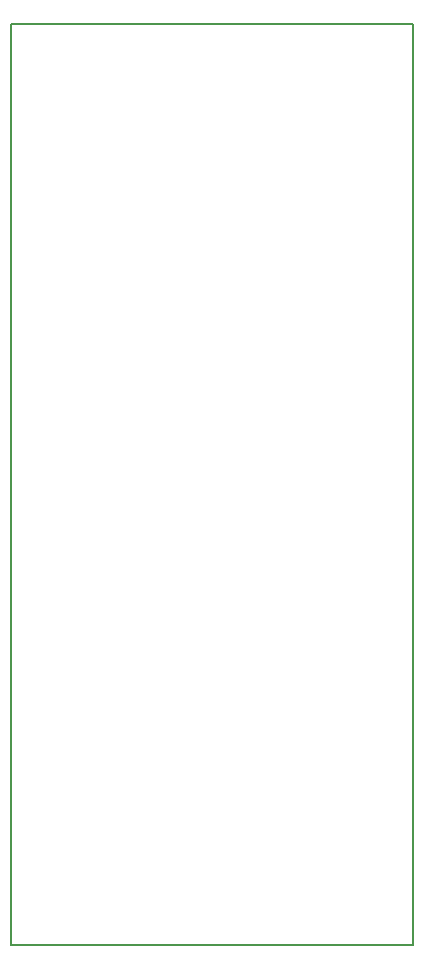
<source format=gm1>
%TF.GenerationSoftware,KiCad,Pcbnew,6.0.11+dfsg-1~bpo11+1*%
%TF.CreationDate,2023-05-10T08:43:12-04:00*%
%TF.ProjectId,proto-stm32f427,70726f74-6f2d-4737-946d-333266343237,rev?*%
%TF.SameCoordinates,Original*%
%TF.FileFunction,Profile,NP*%
%FSLAX46Y46*%
G04 Gerber Fmt 4.6, Leading zero omitted, Abs format (unit mm)*
G04 Created by KiCad (PCBNEW 6.0.11+dfsg-1~bpo11+1) date 2023-05-10 08:43:12*
%MOMM*%
%LPD*%
G01*
G04 APERTURE LIST*
%TA.AperFunction,Profile*%
%ADD10C,0.150000*%
%TD*%
G04 APERTURE END LIST*
D10*
X124700000Y-107900000D02*
X158700000Y-107900000D01*
X158700000Y-107900000D02*
X158700000Y-185900000D01*
X158700000Y-185900000D02*
X124700000Y-185900000D01*
X124700000Y-185900000D02*
X124700000Y-107900000D01*
M02*

</source>
